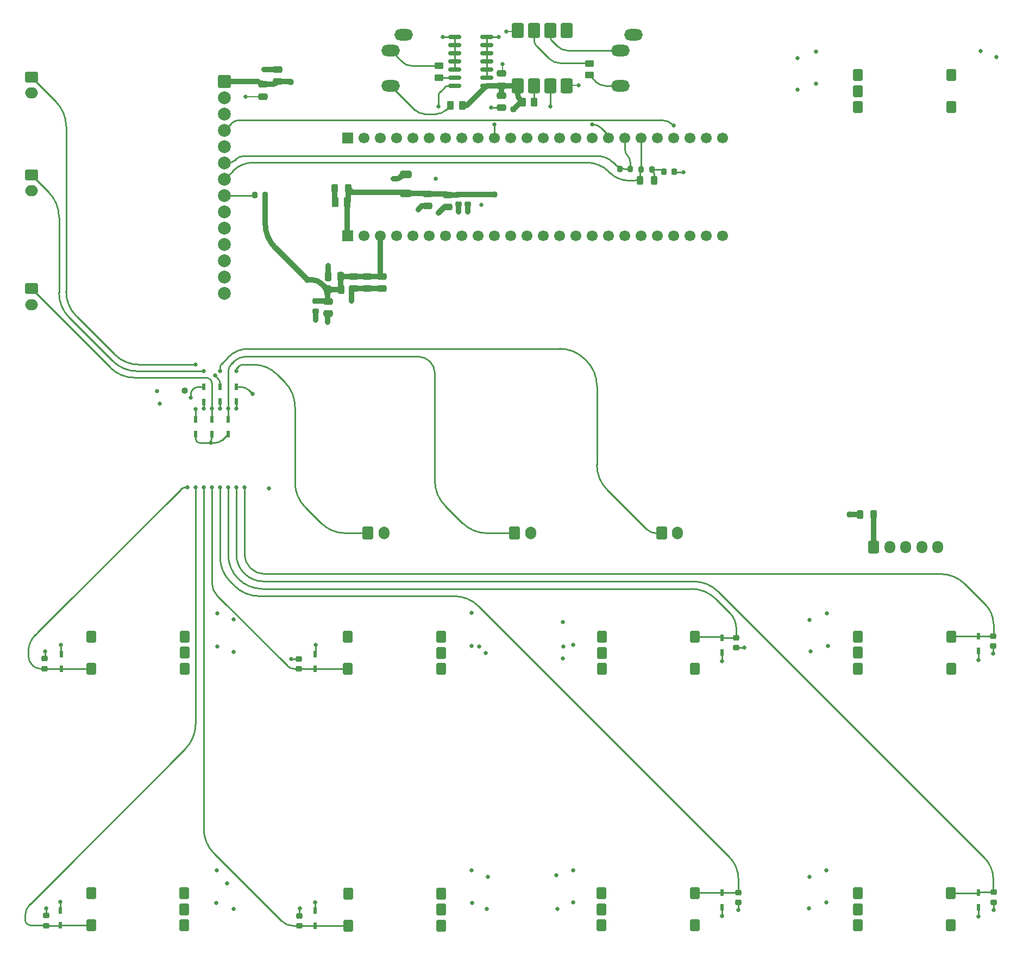
<source format=gbr>
%TF.GenerationSoftware,KiCad,Pcbnew,9.0.3*%
%TF.CreationDate,2025-09-04T08:55:29+02:00*%
%TF.ProjectId,midi_controller,6d696469-5f63-46f6-9e74-726f6c6c6572,rev?*%
%TF.SameCoordinates,Original*%
%TF.FileFunction,Copper,L4,Bot*%
%TF.FilePolarity,Positive*%
%FSLAX46Y46*%
G04 Gerber Fmt 4.6, Leading zero omitted, Abs format (unit mm)*
G04 Created by KiCad (PCBNEW 9.0.3) date 2025-09-04 08:55:29*
%MOMM*%
%LPD*%
G01*
G04 APERTURE LIST*
G04 Aperture macros list*
%AMRoundRect*
0 Rectangle with rounded corners*
0 $1 Rounding radius*
0 $2 $3 $4 $5 $6 $7 $8 $9 X,Y pos of 4 corners*
0 Add a 4 corners polygon primitive as box body*
4,1,4,$2,$3,$4,$5,$6,$7,$8,$9,$2,$3,0*
0 Add four circle primitives for the rounded corners*
1,1,$1+$1,$2,$3*
1,1,$1+$1,$4,$5*
1,1,$1+$1,$6,$7*
1,1,$1+$1,$8,$9*
0 Add four rect primitives between the rounded corners*
20,1,$1+$1,$2,$3,$4,$5,0*
20,1,$1+$1,$4,$5,$6,$7,0*
20,1,$1+$1,$6,$7,$8,$9,0*
20,1,$1+$1,$8,$9,$2,$3,0*%
G04 Aperture macros list end*
%TA.AperFunction,ComponentPad*%
%ADD10RoundRect,0.250000X-0.750000X0.750000X-0.750000X-0.750000X0.750000X-0.750000X0.750000X0.750000X0*%
%TD*%
%TA.AperFunction,ComponentPad*%
%ADD11C,2.000000*%
%TD*%
%TA.AperFunction,ComponentPad*%
%ADD12RoundRect,0.225000X0.525000X-0.675000X0.525000X0.675000X-0.525000X0.675000X-0.525000X-0.675000X0*%
%TD*%
%TA.AperFunction,ComponentPad*%
%ADD13RoundRect,0.225000X-0.525000X0.675000X-0.525000X-0.675000X0.525000X-0.675000X0.525000X0.675000X0*%
%TD*%
%TA.AperFunction,SMDPad,CuDef*%
%ADD14R,0.500000X1.100000*%
%TD*%
%TA.AperFunction,ComponentPad*%
%ADD15RoundRect,0.250000X-0.600000X-0.725000X0.600000X-0.725000X0.600000X0.725000X-0.600000X0.725000X0*%
%TD*%
%TA.AperFunction,ComponentPad*%
%ADD16O,1.700000X1.950000*%
%TD*%
%TA.AperFunction,SMDPad,CuDef*%
%ADD17RoundRect,0.250000X-0.475000X0.250000X-0.475000X-0.250000X0.475000X-0.250000X0.475000X0.250000X0*%
%TD*%
%TA.AperFunction,SMDPad,CuDef*%
%ADD18RoundRect,0.250000X0.262500X0.450000X-0.262500X0.450000X-0.262500X-0.450000X0.262500X-0.450000X0*%
%TD*%
%TA.AperFunction,SMDPad,CuDef*%
%ADD19RoundRect,0.250000X-0.250000X-0.450000X0.250000X-0.450000X0.250000X0.450000X-0.250000X0.450000X0*%
%TD*%
%TA.AperFunction,SMDPad,CuDef*%
%ADD20RoundRect,0.250000X0.250000X0.475000X-0.250000X0.475000X-0.250000X-0.475000X0.250000X-0.475000X0*%
%TD*%
%TA.AperFunction,ComponentPad*%
%ADD21RoundRect,0.250000X-0.600000X-0.750000X0.600000X-0.750000X0.600000X0.750000X-0.600000X0.750000X0*%
%TD*%
%TA.AperFunction,ComponentPad*%
%ADD22O,1.700000X2.000000*%
%TD*%
%TA.AperFunction,SMDPad,CuDef*%
%ADD23RoundRect,0.250000X0.475000X-0.250000X0.475000X0.250000X-0.475000X0.250000X-0.475000X-0.250000X0*%
%TD*%
%TA.AperFunction,SMDPad,CuDef*%
%ADD24RoundRect,0.250000X0.250000X0.450000X-0.250000X0.450000X-0.250000X-0.450000X0.250000X-0.450000X0*%
%TD*%
%TA.AperFunction,SMDPad,CuDef*%
%ADD25RoundRect,0.225000X-0.250000X0.225000X-0.250000X-0.225000X0.250000X-0.225000X0.250000X0.225000X0*%
%TD*%
%TA.AperFunction,SMDPad,CuDef*%
%ADD26RoundRect,0.225000X0.250000X-0.225000X0.250000X0.225000X-0.250000X0.225000X-0.250000X-0.225000X0*%
%TD*%
%TA.AperFunction,SMDPad,CuDef*%
%ADD27RoundRect,0.200000X-0.200000X-0.275000X0.200000X-0.275000X0.200000X0.275000X-0.200000X0.275000X0*%
%TD*%
%TA.AperFunction,ComponentPad*%
%ADD28RoundRect,0.250000X-0.750000X0.600000X-0.750000X-0.600000X0.750000X-0.600000X0.750000X0.600000X0*%
%TD*%
%TA.AperFunction,ComponentPad*%
%ADD29O,2.000000X1.700000*%
%TD*%
%TA.AperFunction,SMDPad,CuDef*%
%ADD30RoundRect,0.150000X-0.825000X-0.150000X0.825000X-0.150000X0.825000X0.150000X-0.825000X0.150000X0*%
%TD*%
%TA.AperFunction,SMDPad,CuDef*%
%ADD31RoundRect,0.250000X-0.675000X0.900000X-0.675000X-0.900000X0.675000X-0.900000X0.675000X0.900000X0*%
%TD*%
%TA.AperFunction,ComponentPad*%
%ADD32R,1.700000X1.700000*%
%TD*%
%TA.AperFunction,ComponentPad*%
%ADD33C,1.700000*%
%TD*%
%TA.AperFunction,SMDPad,CuDef*%
%ADD34RoundRect,0.250000X0.650000X-0.325000X0.650000X0.325000X-0.650000X0.325000X-0.650000X-0.325000X0*%
%TD*%
%TA.AperFunction,ComponentPad*%
%ADD35O,2.900000X1.800000*%
%TD*%
%TA.AperFunction,SMDPad,CuDef*%
%ADD36RoundRect,0.200000X0.200000X0.275000X-0.200000X0.275000X-0.200000X-0.275000X0.200000X-0.275000X0*%
%TD*%
%TA.AperFunction,SMDPad,CuDef*%
%ADD37RoundRect,0.275000X0.275000X0.500000X-0.275000X0.500000X-0.275000X-0.500000X0.275000X-0.500000X0*%
%TD*%
%TA.AperFunction,SMDPad,CuDef*%
%ADD38RoundRect,0.250000X0.450000X-0.262500X0.450000X0.262500X-0.450000X0.262500X-0.450000X-0.262500X0*%
%TD*%
%TA.AperFunction,SMDPad,CuDef*%
%ADD39RoundRect,0.225000X-0.225000X-0.250000X0.225000X-0.250000X0.225000X0.250000X-0.225000X0.250000X0*%
%TD*%
%TA.AperFunction,ViaPad*%
%ADD40C,0.640000*%
%TD*%
%TA.AperFunction,ViaPad*%
%ADD41C,1.016000*%
%TD*%
%TA.AperFunction,Conductor*%
%ADD42C,0.812800*%
%TD*%
%TA.AperFunction,Conductor*%
%ADD43C,0.254000*%
%TD*%
%TA.AperFunction,Conductor*%
%ADD44C,0.200000*%
%TD*%
%TA.AperFunction,Conductor*%
%ADD45C,0.813000*%
%TD*%
G04 APERTURE END LIST*
D10*
%TO.P,DISP1,1,VCC*%
%TO.N,+5V*%
X113779995Y-91000000D03*
D11*
%TO.P,DISP1,2,GND*%
%TO.N,GND*%
X113779995Y-93540000D03*
%TO.P,DISP1,3,CS*%
%TO.N,/CS*%
X113779995Y-96080000D03*
%TO.P,DISP1,4,RST*%
%TO.N,/RST*%
X113779995Y-98620000D03*
%TO.P,DISP1,5,DC*%
%TO.N,/DC*%
X113779995Y-101160000D03*
%TO.P,DISP1,6,SDI/MOSI*%
%TO.N,/MOSI*%
X113779995Y-103700000D03*
%TO.P,DISP1,7,SCK*%
%TO.N,/SCK*%
X113779995Y-106240000D03*
%TO.P,DISP1,8,LED*%
%TO.N,/LED*%
X113779995Y-108780000D03*
%TO.P,DISP1,9,SDO/MISO*%
%TO.N,/MISO*%
X113779995Y-111320000D03*
%TO.P,DISP1,10,T_CLK*%
%TO.N,unconnected-(DISP1-T_CLK-Pad10)*%
X113779995Y-113860000D03*
%TO.P,DISP1,11,T_CS*%
%TO.N,unconnected-(DISP1-T_CS-Pad11)*%
X113779995Y-116400000D03*
%TO.P,DISP1,12,T_DIN*%
%TO.N,unconnected-(DISP1-T_DIN-Pad12)*%
X113779995Y-118940000D03*
%TO.P,DISP1,13,T_DO*%
%TO.N,unconnected-(DISP1-T_DO-Pad13)*%
X113779995Y-121480000D03*
%TO.P,DISP1,14,T_IRQ*%
%TO.N,unconnected-(DISP1-T_IRQ-Pad14)*%
X113779995Y-124020000D03*
%TD*%
D12*
%TO.P,ENC_MECH6,1,SW1*%
%TO.N,/MIDI_Encoder_Matrix_2x4_with_push_buttons/2x1_SW_A*%
X93010013Y-222490018D03*
%TO.P,ENC_MECH6,2,GND*%
%TO.N,GND*%
X93010013Y-217490018D03*
%TO.P,ENC_MECH6,A,A*%
%TO.N,/MIDI_Encoder_Matrix_2x4_with_push_buttons/2x1.QUAD_A*%
X107510013Y-222490018D03*
%TO.P,ENC_MECH6,B,B*%
%TO.N,/MIDI_Encoder_Matrix_2x4_with_push_buttons/2x1.QUAD_B*%
X107510013Y-217490018D03*
%TO.P,ENC_MECH6,C,GND*%
%TO.N,GND*%
X107510013Y-219990018D03*
%TD*%
D13*
%TO.P,ENC_MECH8,1,SW1*%
%TO.N,/MIDI_Encoder_Matrix_2x4_with_push_buttons/2x3_SW_A*%
X187040013Y-217500018D03*
%TO.P,ENC_MECH8,2,GND*%
%TO.N,GND*%
X187040013Y-222500018D03*
%TO.P,ENC_MECH8,A,A*%
%TO.N,/MIDI_Encoder_Matrix_2x4_with_push_buttons/2x3.QUAD_A*%
X172540013Y-217500018D03*
%TO.P,ENC_MECH8,B,B*%
%TO.N,/MIDI_Encoder_Matrix_2x4_with_push_buttons/2x3.QUAD_B*%
X172540013Y-222500018D03*
%TO.P,ENC_MECH8,C,GND*%
%TO.N,GND*%
X172540013Y-220000018D03*
%TD*%
D12*
%TO.P,ENC_MECH7,1,SW1*%
%TO.N,/MIDI_Encoder_Matrix_2x4_with_push_buttons/2x2_SW_A*%
X133050013Y-222530018D03*
%TO.P,ENC_MECH7,2,GND*%
%TO.N,GND*%
X133050013Y-217530018D03*
%TO.P,ENC_MECH7,A,A*%
%TO.N,/MIDI_Encoder_Matrix_2x4_with_push_buttons/2x2.QUAD_A*%
X147550013Y-222530018D03*
%TO.P,ENC_MECH7,B,B*%
%TO.N,/MIDI_Encoder_Matrix_2x4_with_push_buttons/2x2.QUAD_B*%
X147550013Y-217530018D03*
%TO.P,ENC_MECH7,C,GND*%
%TO.N,GND*%
X147550013Y-220030018D03*
%TD*%
%TO.P,ENC_MECH2,1,SW1*%
%TO.N,/MIDI_Encoder_Matrix_2x4_with_push_buttons/1x1_SW_A*%
X93040013Y-182500018D03*
%TO.P,ENC_MECH2,2,GND*%
%TO.N,GND*%
X93040013Y-177500018D03*
%TO.P,ENC_MECH2,A,A*%
%TO.N,/MIDI_Encoder_Matrix_2x4_with_push_buttons/1x1.QUAD_A*%
X107540013Y-182500018D03*
%TO.P,ENC_MECH2,B,B*%
%TO.N,/MIDI_Encoder_Matrix_2x4_with_push_buttons/1x1.QUAD_B*%
X107540013Y-177500018D03*
%TO.P,ENC_MECH2,C,GND*%
%TO.N,GND*%
X107540013Y-180000018D03*
%TD*%
D13*
%TO.P,ENC_MECH1,1,SW1*%
%TO.N,/NAV.SW*%
X227000013Y-90000018D03*
%TO.P,ENC_MECH1,2,GND*%
%TO.N,GND*%
X227000013Y-95000018D03*
%TO.P,ENC_MECH1,A,A*%
%TO.N,/NAV.QUAD_A*%
X212500013Y-90000018D03*
%TO.P,ENC_MECH1,B,B*%
%TO.N,/NAV.QUAD_B*%
X212500013Y-95000018D03*
%TO.P,ENC_MECH1,C,GND*%
%TO.N,GND*%
X212500013Y-92500018D03*
%TD*%
%TO.P,ENC_MECH9,1,SW1*%
%TO.N,/MIDI_Encoder_Matrix_2x4_with_push_buttons/2x4_SW_A*%
X226970013Y-217500018D03*
%TO.P,ENC_MECH9,2,GND*%
%TO.N,GND*%
X226970013Y-222500018D03*
%TO.P,ENC_MECH9,A,A*%
%TO.N,/MIDI_Encoder_Matrix_2x4_with_push_buttons/2x4.QUAD_A*%
X212470013Y-217500018D03*
%TO.P,ENC_MECH9,B,B*%
%TO.N,/MIDI_Encoder_Matrix_2x4_with_push_buttons/2x4.QUAD_B*%
X212470013Y-222500018D03*
%TO.P,ENC_MECH9,C,GND*%
%TO.N,GND*%
X212470013Y-220000018D03*
%TD*%
%TO.P,ENC_MECH4,1,SW1*%
%TO.N,/MIDI_Encoder_Matrix_2x4_with_push_buttons/1x3_SW_A*%
X187060013Y-177530018D03*
%TO.P,ENC_MECH4,2,GND*%
%TO.N,GND*%
X187060013Y-182530018D03*
%TO.P,ENC_MECH4,A,A*%
%TO.N,/MIDI_Encoder_Matrix_2x4_with_push_buttons/1x3.QUAD_A*%
X172560013Y-177530018D03*
%TO.P,ENC_MECH4,B,B*%
%TO.N,/MIDI_Encoder_Matrix_2x4_with_push_buttons/1x3.QUAD_B*%
X172560013Y-182530018D03*
%TO.P,ENC_MECH4,C,GND*%
%TO.N,GND*%
X172560013Y-180030018D03*
%TD*%
%TO.P,ENC_MECH5,1,SW1*%
%TO.N,/MIDI_Encoder_Matrix_2x4_with_push_buttons/1x4_SW_A*%
X227000013Y-177510018D03*
%TO.P,ENC_MECH5,2,GND*%
%TO.N,GND*%
X227000013Y-182510018D03*
%TO.P,ENC_MECH5,A,A*%
%TO.N,/MIDI_Encoder_Matrix_2x4_with_push_buttons/1x4.QUAD_A*%
X212500013Y-177510018D03*
%TO.P,ENC_MECH5,B,B*%
%TO.N,/MIDI_Encoder_Matrix_2x4_with_push_buttons/1x4.QUAD_B*%
X212500013Y-182510018D03*
%TO.P,ENC_MECH5,C,GND*%
%TO.N,GND*%
X212500013Y-180010018D03*
%TD*%
D12*
%TO.P,ENC_MECH3,1,SW1*%
%TO.N,/MIDI_Encoder_Matrix_2x4_with_push_buttons/1x2_SW_A*%
X133010013Y-182540018D03*
%TO.P,ENC_MECH3,2,GND*%
%TO.N,GND*%
X133010013Y-177540018D03*
%TO.P,ENC_MECH3,A,A*%
%TO.N,/MIDI_Encoder_Matrix_2x4_with_push_buttons/1x2.QUAD_A*%
X147510013Y-182540018D03*
%TO.P,ENC_MECH3,B,B*%
%TO.N,/MIDI_Encoder_Matrix_2x4_with_push_buttons/1x2.QUAD_B*%
X147510013Y-177540018D03*
%TO.P,ENC_MECH3,C,GND*%
%TO.N,GND*%
X147510013Y-180040018D03*
%TD*%
D14*
%TO.P,D35,1,K1*%
%TO.N,/MIDI_Encoder_Matrix_2x4_with_push_buttons/2x3_SW_A*%
X191294689Y-217380249D03*
%TO.P,D35,2,K2*%
%TO.N,GND*%
X191294689Y-219680249D03*
%TD*%
D15*
%TO.P,J8,1,Pin_1*%
%TO.N,Net-(J8-Pin_1)*%
X214964004Y-163552085D03*
D16*
%TO.P,J8,2,Pin_2*%
%TO.N,/OPT.QUAD_A*%
X217464004Y-163552085D03*
%TO.P,J8,3,Pin_3*%
%TO.N,/OPT.QUAD_B*%
X219964004Y-163552085D03*
%TO.P,J8,4,Pin_4*%
%TO.N,GND*%
X222464004Y-163552085D03*
%TO.P,J8,5,Pin_5*%
X224964004Y-163552085D03*
%TD*%
D17*
%TO.P,C35,1*%
%TO.N,+3V3_A*%
X136020928Y-121381449D03*
%TO.P,C35,2*%
%TO.N,GND*%
X136020928Y-123281449D03*
%TD*%
D14*
%TO.P,D25,1,K1*%
%TO.N,/Buttons_Momentary/BUTTON_PUSH_MOM_06*%
X115616034Y-140904040D03*
%TO.P,D25,2,K2*%
%TO.N,GND*%
X115616034Y-138604040D03*
%TD*%
%TO.P,D28,1,K1*%
%TO.N,/Buttons_Momentary/BUTTON_PUSH_MOM_03*%
X111811882Y-143628790D03*
%TO.P,D28,2,K2*%
%TO.N,GND*%
X111811882Y-145928790D03*
%TD*%
D17*
%TO.P,C27,1*%
%TO.N,+5V*%
X145387509Y-108516665D03*
%TO.P,C27,2*%
%TO.N,GND*%
X145387509Y-110416665D03*
%TD*%
D18*
%TO.P,R10,1*%
%TO.N,Net-(U2-EN)*%
X162057847Y-94217766D03*
%TO.P,R10,2*%
%TO.N,+3V3_B*%
X160232847Y-94217766D03*
%TD*%
D19*
%TO.P,FB1,1*%
%TO.N,/SCK*%
X178567461Y-106443454D03*
%TO.P,FB1,2*%
%TO.N,Net-(C22-Pad1)*%
X180687461Y-106443454D03*
%TD*%
D20*
%TO.P,C34,1*%
%TO.N,+3V3_A*%
X131848490Y-121400327D03*
%TO.P,C34,2*%
%TO.N,GND*%
X129948490Y-121400327D03*
%TD*%
D14*
%TO.P,D36,1,K1*%
%TO.N,/MIDI_Encoder_Matrix_2x4_with_push_buttons/2x2_SW_A*%
X127925347Y-222530359D03*
%TO.P,D36,2,K2*%
%TO.N,GND*%
X127925347Y-220230359D03*
%TD*%
D21*
%TO.P,J10,1,Pin_1*%
%TO.N,/Buttons_Momentary/BUTTON_PUSH_MOM_05*%
X159004004Y-161392085D03*
D22*
%TO.P,J10,2,Pin_2*%
%TO.N,GND*%
X161504004Y-161392085D03*
%TD*%
D14*
%TO.P,D26,1,K1*%
%TO.N,/Buttons_Momentary/BUTTON_PUSH_MOM_01*%
X109272728Y-143626183D03*
%TO.P,D26,2,K2*%
%TO.N,GND*%
X109272728Y-145926183D03*
%TD*%
D23*
%TO.P,C26,1*%
%TO.N,+3V3_B*%
X156965347Y-91647766D03*
%TO.P,C26,2*%
%TO.N,GND*%
X156965347Y-89747766D03*
%TD*%
D14*
%TO.P,D32,1,K1*%
%TO.N,/MIDI_Encoder_Matrix_2x4_with_push_buttons/1x2_SW_A*%
X127938681Y-182536449D03*
%TO.P,D32,2,K2*%
%TO.N,GND*%
X127938681Y-180236449D03*
%TD*%
D24*
%TO.P,FB3,1*%
%TO.N,+3V3_A*%
X131931208Y-123432327D03*
%TO.P,FB3,2*%
X129811208Y-123432327D03*
%TD*%
D25*
%TO.P,C37,1*%
%TO.N,+3V3_A*%
X128014469Y-125236805D03*
%TO.P,C37,2*%
%TO.N,GND*%
X128014469Y-126796805D03*
%TD*%
D14*
%TO.P,D33,1,K1*%
%TO.N,/MIDI_Encoder_Matrix_2x4_with_push_buttons/1x1_SW_A*%
X88317887Y-182505999D03*
%TO.P,D33,2,K2*%
%TO.N,GND*%
X88317887Y-180205999D03*
%TD*%
D26*
%TO.P,C43,1*%
%TO.N,GND*%
X193866216Y-218962676D03*
%TO.P,C43,2*%
%TO.N,/MIDI_Encoder_Matrix_2x4_with_push_buttons/2x3_SW_A*%
X193866216Y-217402676D03*
%TD*%
D14*
%TO.P,D34,1,K1*%
%TO.N,/MIDI_Encoder_Matrix_2x4_with_push_buttons/2x4_SW_A*%
X231255961Y-217377941D03*
%TO.P,D34,2,K2*%
%TO.N,GND*%
X231255961Y-219677941D03*
%TD*%
D27*
%TO.P,R8,1*%
%TO.N,/MOSI*%
X175365347Y-104647999D03*
%TO.P,R8,2*%
X177005347Y-104647999D03*
%TD*%
D24*
%TO.P,FB4,1*%
%TO.N,Net-(J8-Pin_1)*%
X214928004Y-158495999D03*
%TO.P,FB4,2*%
%TO.N,+5V*%
X212808004Y-158495999D03*
%TD*%
D28*
%TO.P,J4,1,Pin_1*%
%TO.N,/Buttons_Momentary/BUTTON_PUSH_MOM_02*%
X83665046Y-105552085D03*
D29*
%TO.P,J4,2,Pin_2*%
%TO.N,GND*%
X83665046Y-108052085D03*
%TD*%
D14*
%TO.P,D31,1,K1*%
%TO.N,/MIDI_Encoder_Matrix_2x4_with_push_buttons/1x3_SW_A*%
X191300167Y-177665999D03*
%TO.P,D31,2,K2*%
%TO.N,GND*%
X191300167Y-179965999D03*
%TD*%
D30*
%TO.P,U3,1,1A*%
%TO.N,/TX2*%
X149675347Y-91647766D03*
%TO.P,U3,2,1Y*%
%TO.N,Net-(U3-1Y)*%
X149675347Y-90377766D03*
%TO.P,U3,3,2A*%
%TO.N,GND*%
X149675347Y-89107766D03*
%TO.P,U3,4,2Y*%
X149675347Y-87837766D03*
%TO.P,U3,5,3A*%
X149675347Y-86567766D03*
%TO.P,U3,6,3Y*%
X149675347Y-85297766D03*
%TO.P,U3,7,GND*%
X149675347Y-84027766D03*
%TO.P,U3,8,4Y*%
X154625347Y-84027766D03*
%TO.P,U3,9,4A*%
X154625347Y-85297766D03*
%TO.P,U3,10,5Y*%
X154625347Y-86567766D03*
%TO.P,U3,11,5A*%
X154625347Y-87837766D03*
%TO.P,U3,12,6Y*%
X154625347Y-89107766D03*
%TO.P,U3,13,6A*%
X154625347Y-90377766D03*
%TO.P,U3,14,VCC*%
%TO.N,+3V3_B*%
X154625347Y-91647766D03*
%TD*%
D26*
%TO.P,C38,1*%
%TO.N,GND*%
X233522586Y-178964780D03*
%TO.P,C38,2*%
%TO.N,/MIDI_Encoder_Matrix_2x4_with_push_buttons/1x4_SW_A*%
X233522586Y-177404780D03*
%TD*%
D31*
%TO.P,U2,1,NC*%
%TO.N,GND*%
X159505347Y-82997766D03*
%TO.P,U2,2,A*%
%TO.N,Net-(U2-A)*%
X162045347Y-82997766D03*
%TO.P,U2,3,C*%
%TO.N,Net-(U2-C)*%
X164585347Y-82997766D03*
%TO.P,U2,4,NC*%
%TO.N,unconnected-(U2-NC-Pad4)*%
X167125347Y-82997766D03*
%TO.P,U2,5,GND*%
%TO.N,GND*%
X167125347Y-91697766D03*
%TO.P,U2,6,VO*%
%TO.N,/RX6*%
X164585347Y-91697766D03*
%TO.P,U2,7,EN*%
%TO.N,Net-(U2-EN)*%
X162045347Y-91697766D03*
%TO.P,U2,8,VCC*%
%TO.N,+3V3_B*%
X159505347Y-91697766D03*
%TD*%
D32*
%TO.P,J3,1,Pin_1*%
%TO.N,GND*%
X133000004Y-99842085D03*
D33*
%TO.P,J3,2,Pin_2*%
%TO.N,/DC*%
X135540004Y-99842085D03*
%TO.P,J3,3,Pin_3*%
%TO.N,/MISO*%
X138080004Y-99842085D03*
%TO.P,J3,4,Pin_4*%
%TO.N,/S1*%
X140620004Y-99842085D03*
%TO.P,J3,5,Pin_5*%
%TO.N,/S0*%
X143160004Y-99842085D03*
%TO.P,J3,6,Pin_6*%
%TO.N,/COM*%
X145700004Y-99842085D03*
%TO.P,J3,7,Pin_7*%
%TO.N,/S2*%
X148240004Y-99842085D03*
%TO.P,J3,8,Pin_8*%
%TO.N,/S3*%
X150780004Y-99842085D03*
%TO.P,J3,9,Pin_9*%
%TO.N,/Teensy_4.1/T7*%
X153320004Y-99842085D03*
%TO.P,J3,10,Pin_10*%
%TO.N,/TX2*%
X155860004Y-99842085D03*
%TO.P,J3,11,Pin_11*%
%TO.N,/Teensy_4.1/T9*%
X158400004Y-99842085D03*
%TO.P,J3,12,Pin_12*%
%TO.N,/Teensy_4.1/T10*%
X160940004Y-99842085D03*
%TO.P,J3,13,Pin_13*%
%TO.N,/Teensy_4.1/T11*%
X163480004Y-99842085D03*
%TO.P,J3,14,Pin_14*%
%TO.N,/Teensy_4.1/T12*%
X166020004Y-99842085D03*
%TO.P,J3,15,Pin_15*%
%TO.N,+3V3_B*%
X168560004Y-99842085D03*
%TO.P,J3,16,Pin_16*%
%TO.N,/Teensy_4.1/T24*%
X171100004Y-99842085D03*
%TO.P,J3,17,Pin_17*%
%TO.N,/RX6*%
X173640004Y-99842085D03*
%TO.P,J3,18,Pin_18*%
%TO.N,/MOSI*%
X176180004Y-99842085D03*
%TO.P,J3,19,Pin_19*%
%TO.N,/SCK*%
X178720004Y-99842085D03*
%TO.P,J3,20,Pin_20*%
%TO.N,/CS*%
X181260004Y-99842085D03*
%TO.P,J3,21,Pin_21*%
%TO.N,/RST*%
X183800004Y-99842085D03*
%TO.P,J3,22,Pin_22*%
%TO.N,/NAV.QUAD_A*%
X186340004Y-99842085D03*
%TO.P,J3,23,Pin_23*%
%TO.N,/NAV.QUAD_B*%
X188880004Y-99842085D03*
%TO.P,J3,24,Pin_24*%
%TO.N,/NAV.SW*%
X191420004Y-99842085D03*
%TD*%
D34*
%TO.P,C23,1*%
%TO.N,+5V*%
X141997238Y-108428665D03*
%TO.P,C23,2*%
%TO.N,GND*%
X141997238Y-105468665D03*
%TD*%
D23*
%TO.P,C31,1*%
%TO.N,+5V*%
X122080814Y-91022138D03*
%TO.P,C31,2*%
%TO.N,GND*%
X122080814Y-89122138D03*
%TD*%
D21*
%TO.P,J9,1,Pin_1*%
%TO.N,/Buttons_Momentary/BUTTON_PUSH_MOM_04*%
X181904004Y-161392085D03*
D22*
%TO.P,J9,2,Pin_2*%
%TO.N,GND*%
X184404004Y-161392085D03*
%TD*%
D26*
%TO.P,C39,1*%
%TO.N,GND*%
X193534971Y-179229277D03*
%TO.P,C39,2*%
%TO.N,/MIDI_Encoder_Matrix_2x4_with_push_buttons/1x3_SW_A*%
X193534971Y-177669277D03*
%TD*%
D35*
%TO.P,J1,R*%
%TO.N,Net-(J1-PadR)*%
X175515347Y-91653999D03*
%TO.P,J1,S*%
%TO.N,GND*%
X177515347Y-83753999D03*
%TO.P,J1,T*%
%TO.N,Net-(U2-C)*%
X175515347Y-86153999D03*
%TD*%
%TO.P,J2,R*%
%TO.N,Net-(J2-PadR)*%
X139685347Y-91653999D03*
%TO.P,J2,S*%
%TO.N,GND*%
X141685347Y-83753999D03*
%TO.P,J2,T*%
%TO.N,Net-(J2-PadT)*%
X139685347Y-86153999D03*
%TD*%
D18*
%TO.P,R11,1*%
%TO.N,+3V3_B*%
X150807847Y-94717766D03*
%TO.P,R11,2*%
%TO.N,Net-(J2-PadR)*%
X148982847Y-94717766D03*
%TD*%
D24*
%TO.P,FB2,1*%
%TO.N,+5V*%
X133023401Y-107695999D03*
%TO.P,FB2,2*%
%TO.N,Net-(F1-Pad2)*%
X130903401Y-107695999D03*
%TD*%
D17*
%TO.P,C36,1*%
%TO.N,+3V3_A*%
X133903143Y-121372861D03*
%TO.P,C36,2*%
%TO.N,GND*%
X133903143Y-123272861D03*
%TD*%
D36*
%TO.P,R7,1*%
%TO.N,Net-(C22-Pad1)*%
X180365347Y-104729687D03*
%TO.P,R7,2*%
%TO.N,/SCK*%
X178725347Y-104729687D03*
%TD*%
D14*
%TO.P,D29,1,K1*%
%TO.N,/Buttons_Momentary/BUTTON_PUSH_MOM_02*%
X110518438Y-140907746D03*
%TO.P,D29,2,K2*%
%TO.N,GND*%
X110518438Y-138607746D03*
%TD*%
D26*
%TO.P,C42,1*%
%TO.N,GND*%
X233670562Y-218905643D03*
%TO.P,C42,2*%
%TO.N,/MIDI_Encoder_Matrix_2x4_with_push_buttons/2x4_SW_A*%
X233670562Y-217345643D03*
%TD*%
D17*
%TO.P,C33,1*%
%TO.N,+3V3_A*%
X138312612Y-121381449D03*
%TO.P,C33,2*%
%TO.N,GND*%
X138312612Y-123281449D03*
%TD*%
D37*
%TO.P,F1,1*%
%TO.N,+5V*%
X132920771Y-109766420D03*
%TO.P,F1,2*%
%TO.N,Net-(F1-Pad2)*%
X131045771Y-109766420D03*
%TD*%
D14*
%TO.P,D24,1,K1*%
%TO.N,/Buttons_Momentary/BUTTON_PUSH_MOM_05*%
X114351372Y-143629998D03*
%TO.P,D24,2,K2*%
%TO.N,GND*%
X114351372Y-145929998D03*
%TD*%
D32*
%TO.P,J6,1,Pin_1*%
%TO.N,+5V*%
X133000004Y-115082085D03*
D33*
%TO.P,J6,2,Pin_2*%
%TO.N,GND*%
X135540004Y-115082085D03*
%TO.P,J6,3,Pin_3*%
%TO.N,+3V3_A*%
X138080004Y-115082085D03*
%TO.P,J6,4,Pin_4*%
%TO.N,/MIDI_Encoder_Matrix_2x4_with_push_buttons/1x1.QUAD_B*%
X140620004Y-115082085D03*
%TO.P,J6,5,Pin_5*%
%TO.N,/MIDI_Encoder_Matrix_2x4_with_push_buttons/1x1.QUAD_A*%
X143160004Y-115082085D03*
%TO.P,J6,6,Pin_6*%
%TO.N,/MIDI_Encoder_Matrix_2x4_with_push_buttons/2x1.QUAD_B*%
X145700004Y-115082085D03*
%TO.P,J6,7,Pin_7*%
%TO.N,/MIDI_Encoder_Matrix_2x4_with_push_buttons/2x1.QUAD_A*%
X148240004Y-115082085D03*
%TO.P,J6,8,Pin_8*%
%TO.N,/MIDI_Encoder_Matrix_2x4_with_push_buttons/1x2.QUAD_B*%
X150780004Y-115082085D03*
%TO.P,J6,9,Pin_9*%
%TO.N,/MIDI_Encoder_Matrix_2x4_with_push_buttons/1x2.QUAD_A*%
X153320004Y-115082085D03*
%TO.P,J6,10,Pin_10*%
%TO.N,/MIDI_Encoder_Matrix_2x4_with_push_buttons/2x2.QUAD_B*%
X155860004Y-115082085D03*
%TO.P,J6,11,Pin_11*%
%TO.N,/MIDI_Encoder_Matrix_2x4_with_push_buttons/2x2.QUAD_A*%
X158400004Y-115082085D03*
%TO.P,J6,12,Pin_12*%
%TO.N,/MIDI_Encoder_Matrix_2x4_with_push_buttons/2x3.QUAD_B*%
X160940004Y-115082085D03*
%TO.P,J6,13,Pin_13*%
%TO.N,/MIDI_Encoder_Matrix_2x4_with_push_buttons/2x3.QUAD_A*%
X163480004Y-115082085D03*
%TO.P,J6,14,Pin_14*%
%TO.N,/Teensy_4.1/T13*%
X166020004Y-115082085D03*
%TO.P,J6,15,Pin_15*%
%TO.N,GND*%
X168560004Y-115082085D03*
%TO.P,J6,16,Pin_16*%
%TO.N,/MIDI_Encoder_Matrix_2x4_with_push_buttons/1x3.QUAD_B*%
X171100004Y-115082085D03*
%TO.P,J6,17,Pin_17*%
%TO.N,/MIDI_Encoder_Matrix_2x4_with_push_buttons/1x3.QUAD_A*%
X173640004Y-115082085D03*
%TO.P,J6,18,Pin_18*%
%TO.N,/MIDI_Encoder_Matrix_2x4_with_push_buttons/2x4.QUAD_B*%
X176180004Y-115082085D03*
%TO.P,J6,19,Pin_19*%
%TO.N,/MIDI_Encoder_Matrix_2x4_with_push_buttons/2x4.QUAD_A*%
X178720004Y-115082085D03*
%TO.P,J6,20,Pin_20*%
%TO.N,/MIDI_Encoder_Matrix_2x4_with_push_buttons/1x4.QUAD_B*%
X181260004Y-115082085D03*
%TO.P,J6,21,Pin_21*%
%TO.N,/MIDI_Encoder_Matrix_2x4_with_push_buttons/1x4.QUAD_A*%
X183800004Y-115082085D03*
%TO.P,J6,22,Pin_22*%
%TO.N,/Teensy_4.1/T35*%
X186340004Y-115082085D03*
%TO.P,J6,23,Pin_23*%
%TO.N,/OPT.QUAD_A*%
X188880004Y-115082085D03*
%TO.P,J6,24,Pin_24*%
%TO.N,/OPT.QUAD_B*%
X191420004Y-115082085D03*
%TD*%
D25*
%TO.P,C29,1*%
%TO.N,+5V*%
X150268769Y-108602848D03*
%TO.P,C29,2*%
%TO.N,GND*%
X150268769Y-110162848D03*
%TD*%
D21*
%TO.P,J11,1,Pin_1*%
%TO.N,/Buttons_Momentary/BUTTON_PUSH_MOM_06*%
X136144004Y-161392085D03*
D22*
%TO.P,J11,2,Pin_2*%
%TO.N,GND*%
X138644004Y-161392085D03*
%TD*%
D14*
%TO.P,D27,1,K1*%
%TO.N,/Buttons_Momentary/BUTTON_PUSH_MOM_04*%
X113103055Y-140904392D03*
%TO.P,D27,2,K2*%
%TO.N,GND*%
X113103055Y-138604392D03*
%TD*%
D25*
%TO.P,C45,1*%
%TO.N,GND*%
X86023946Y-220990439D03*
%TO.P,C45,2*%
%TO.N,/MIDI_Encoder_Matrix_2x4_with_push_buttons/2x1_SW_A*%
X86023946Y-222550439D03*
%TD*%
D38*
%TO.P,R9,1*%
%TO.N,Net-(J1-PadR)*%
X170615347Y-90016499D03*
%TO.P,R9,2*%
%TO.N,Net-(U2-A)*%
X170615347Y-88191499D03*
%TD*%
D25*
%TO.P,C41,1*%
%TO.N,GND*%
X85769907Y-180944475D03*
%TO.P,C41,2*%
%TO.N,/MIDI_Encoder_Matrix_2x4_with_push_buttons/1x1_SW_A*%
X85769907Y-182504475D03*
%TD*%
D38*
%TO.P,R12,1*%
%TO.N,Net-(U3-1Y)*%
X147240347Y-90370266D03*
%TO.P,R12,2*%
%TO.N,Net-(J2-PadT)*%
X147240347Y-88545266D03*
%TD*%
D14*
%TO.P,D30,1,K1*%
%TO.N,/MIDI_Encoder_Matrix_2x4_with_push_buttons/1x4_SW_A*%
X231275161Y-177413736D03*
%TO.P,D30,2,K2*%
%TO.N,GND*%
X231275161Y-179713736D03*
%TD*%
%TO.P,D37,1,K1*%
%TO.N,/MIDI_Encoder_Matrix_2x4_with_push_buttons/2x1_SW_A*%
X88181022Y-222488357D03*
%TO.P,D37,2,K2*%
%TO.N,GND*%
X88181022Y-220188357D03*
%TD*%
D17*
%TO.P,C25,1*%
%TO.N,+5V*%
X148568397Y-108654969D03*
%TO.P,C25,2*%
%TO.N,GND*%
X148568397Y-110554969D03*
%TD*%
D25*
%TO.P,C40,1*%
%TO.N,GND*%
X125396593Y-180976971D03*
%TO.P,C40,2*%
%TO.N,/MIDI_Encoder_Matrix_2x4_with_push_buttons/1x2_SW_A*%
X125396593Y-182536971D03*
%TD*%
D39*
%TO.P,C22,1*%
%TO.N,Net-(C22-Pad1)*%
X182264375Y-105064871D03*
%TO.P,C22,2*%
%TO.N,GND*%
X183824375Y-105064871D03*
%TD*%
D36*
%TO.P,R13,1*%
%TO.N,+3V3_A*%
X120114347Y-108711999D03*
%TO.P,R13,2*%
%TO.N,/LED*%
X118464347Y-108711999D03*
%TD*%
D28*
%TO.P,J7,1,Pin_1*%
%TO.N,/Buttons_Momentary/BUTTON_PUSH_MOM_03*%
X83665046Y-123282085D03*
D29*
%TO.P,J7,2,Pin_2*%
%TO.N,GND*%
X83665046Y-125782085D03*
%TD*%
D28*
%TO.P,J5,1,Pin_1*%
%TO.N,/Buttons_Momentary/BUTTON_PUSH_MOM_01*%
X83665046Y-90312085D03*
D29*
%TO.P,J5,2,Pin_2*%
%TO.N,GND*%
X83665046Y-92812085D03*
%TD*%
D23*
%TO.P,C28,1*%
%TO.N,GND*%
X156955347Y-95067766D03*
%TO.P,C28,2*%
%TO.N,+3V3_B*%
X156955347Y-93167766D03*
%TD*%
D17*
%TO.P,C32,1*%
%TO.N,+3V3_A*%
X129928466Y-125248735D03*
%TO.P,C32,2*%
%TO.N,GND*%
X129928466Y-127148735D03*
%TD*%
D25*
%TO.P,C24,1*%
%TO.N,+5V*%
X151722282Y-108601503D03*
%TO.P,C24,2*%
%TO.N,GND*%
X151722282Y-110161503D03*
%TD*%
%TO.P,C44,1*%
%TO.N,GND*%
X125475875Y-221003282D03*
%TO.P,C44,2*%
%TO.N,/MIDI_Encoder_Matrix_2x4_with_push_buttons/2x2_SW_A*%
X125475875Y-222563282D03*
%TD*%
D23*
%TO.P,C30,1*%
%TO.N,GND*%
X119797347Y-93342447D03*
%TO.P,C30,2*%
%TO.N,+5V*%
X119797347Y-91442447D03*
%TD*%
D40*
%TO.N,GND*%
X193885347Y-220123999D03*
X191285347Y-221023999D03*
X85785347Y-179823999D03*
X88285347Y-178823999D03*
X127985347Y-178823999D03*
X124185347Y-181023999D03*
X194785347Y-179223999D03*
X191285347Y-181323999D03*
X233585347Y-180123999D03*
X231285347Y-181123999D03*
X233685347Y-220123999D03*
X231285347Y-221123999D03*
X127885347Y-218923999D03*
X125485347Y-219823999D03*
X88185347Y-218823999D03*
X85985347Y-219823999D03*
X143963894Y-111013541D03*
X147085347Y-111523999D03*
X153833347Y-110235999D03*
X151685347Y-111323999D03*
X129885347Y-128523999D03*
X127985347Y-128123999D03*
X156485347Y-84023999D03*
X157085347Y-88323999D03*
X147785347Y-84023999D03*
X103285347Y-139223999D03*
X168085347Y-178823999D03*
X115185347Y-174823999D03*
X112685347Y-173923999D03*
X115185347Y-179923999D03*
X112685347Y-179023999D03*
X166536011Y-180921649D03*
X166585347Y-179023999D03*
X207585347Y-213923999D03*
X204985347Y-214923999D03*
X207585347Y-218923999D03*
X168085347Y-218923999D03*
X168085347Y-213923999D03*
X165485347Y-214723999D03*
X152285347Y-213923999D03*
X154785347Y-214923999D03*
X154685347Y-219923999D03*
X152385347Y-219023999D03*
X115185347Y-219923999D03*
X112485347Y-219023999D03*
X114185347Y-215923999D03*
X112585347Y-213923999D03*
X111669347Y-147319999D03*
X154444359Y-180027118D03*
X153498171Y-179038643D03*
X152285347Y-178923999D03*
X207685347Y-173923999D03*
X207785347Y-178923999D03*
X205985347Y-86323999D03*
X234085347Y-87223999D03*
X205985347Y-91323999D03*
X165685347Y-219923999D03*
X204885347Y-219823999D03*
X205085347Y-179823999D03*
X203085347Y-92223999D03*
D41*
%TO.N,+5V*%
X124087201Y-91040200D03*
X211237347Y-158495999D03*
X155865347Y-108625892D03*
D40*
%TO.N,GND*%
X103685347Y-141223999D03*
X129927961Y-119708156D03*
X112282575Y-136807710D03*
X152285347Y-173823999D03*
X157685347Y-83223999D03*
X168985347Y-91623999D03*
X155315347Y-95027766D03*
X203085347Y-87323999D03*
X133601929Y-125191828D03*
X118161275Y-139706489D03*
X119926432Y-89148606D03*
X204985347Y-174923999D03*
X185329347Y-105155999D03*
X231585347Y-86223999D03*
X146721347Y-106171999D03*
X108529686Y-140299660D03*
X166533347Y-175231227D03*
X120700004Y-154400000D03*
X150285347Y-111323999D03*
X117085347Y-93323999D03*
X140117347Y-106171999D03*
%TO.N,/MIDI_Encoder_Matrix_2x4_with_push_buttons/1x1_SW_A*%
X108000046Y-154279979D03*
%TO.N,/MIDI_Encoder_Matrix_2x4_with_push_buttons/1x2_SW_A*%
X111810046Y-154279979D03*
%TO.N,/MIDI_Encoder_Matrix_2x4_with_push_buttons/1x3_SW_A*%
X114350046Y-154279979D03*
%TO.N,/MIDI_Encoder_Matrix_2x4_with_push_buttons/1x4_SW_A*%
X116890046Y-154279979D03*
%TO.N,/MIDI_Encoder_Matrix_2x4_with_push_buttons/2x1_SW_A*%
X109270046Y-154279979D03*
%TO.N,/MIDI_Encoder_Matrix_2x4_with_push_buttons/2x2_SW_A*%
X110540046Y-154279979D03*
%TO.N,/MIDI_Encoder_Matrix_2x4_with_push_buttons/2x3_SW_A*%
X113080046Y-154279979D03*
%TO.N,/MIDI_Encoder_Matrix_2x4_with_push_buttons/2x4_SW_A*%
X115620046Y-154279979D03*
%TO.N,/Buttons_Momentary/BUTTON_PUSH_MOM_01*%
X109241445Y-142008334D03*
X109247298Y-135127999D03*
%TO.N,/Buttons_Momentary/BUTTON_PUSH_MOM_02*%
X110544220Y-141995625D03*
X110540004Y-136143999D03*
%TO.N,/Buttons_Momentary/BUTTON_PUSH_MOM_03*%
X111817096Y-142000513D03*
%TO.N,/Buttons_Momentary/BUTTON_PUSH_MOM_04*%
X113095586Y-141989733D03*
X113080804Y-136143999D03*
%TO.N,/Buttons_Momentary/BUTTON_PUSH_MOM_05*%
X114350121Y-141990085D03*
%TO.N,/Buttons_Momentary/BUTTON_PUSH_MOM_06*%
X115618740Y-136143999D03*
X115621248Y-141997554D03*
%TO.N,/RST*%
X183801653Y-97843669D03*
%TO.N,/RX6*%
X171115347Y-97673999D03*
X164565347Y-94903999D03*
%TO.N,/TX2*%
X155860004Y-97688656D03*
X147135347Y-94903999D03*
D41*
%TO.N,+3V3_A*%
X126686291Y-121919999D03*
X107605347Y-139191999D03*
%TO.N,+3V3_B*%
X158825347Y-95313999D03*
%TD*%
D42*
%TO.N,GND*%
X143963894Y-110945452D02*
X144485347Y-110423999D01*
X144485347Y-110423999D02*
X145380175Y-110423999D01*
X143963894Y-111013541D02*
X143963894Y-110945452D01*
X145380175Y-110423999D02*
X145387509Y-110416665D01*
D43*
X86023946Y-219862598D02*
X86023946Y-220990439D01*
X85985347Y-219823999D02*
X86023946Y-219862598D01*
X88185347Y-220184032D02*
X88181022Y-220188357D01*
X88185347Y-218823999D02*
X88185347Y-220184032D01*
X127885347Y-220190359D02*
X127925347Y-220230359D01*
X127885347Y-218923999D02*
X127885347Y-220190359D01*
X125475875Y-219833471D02*
X125475875Y-221003282D01*
X125485347Y-219823999D02*
X125475875Y-219833471D01*
X191294689Y-221014657D02*
X191294689Y-219680249D01*
X191285347Y-221023999D02*
X191294689Y-221014657D01*
X193885347Y-218981807D02*
X193866216Y-218962676D01*
X193885347Y-220123999D02*
X193885347Y-218981807D01*
X231285347Y-219707327D02*
X231255961Y-219677941D01*
X231285347Y-221123999D02*
X231285347Y-219707327D01*
X233685347Y-220123999D02*
X233685347Y-218920428D01*
X233685347Y-218920428D02*
X233670562Y-218905643D01*
X233585347Y-179027541D02*
X233522586Y-178964780D01*
X233585347Y-180123999D02*
X233585347Y-179027541D01*
X231285347Y-179723922D02*
X231275161Y-179713736D01*
X231285347Y-181123999D02*
X231285347Y-179723922D01*
X193540249Y-179223999D02*
X193534971Y-179229277D01*
X194785347Y-179223999D02*
X193540249Y-179223999D01*
X191285347Y-179980819D02*
X191300167Y-179965999D01*
X191285347Y-181323999D02*
X191285347Y-179980819D01*
X127985347Y-180189783D02*
X127938681Y-180236449D01*
X127985347Y-178823999D02*
X127985347Y-180189783D01*
X125396593Y-180976971D02*
X124232375Y-180976971D01*
X124232375Y-180976971D02*
X124185347Y-181023999D01*
X88285347Y-180173459D02*
X88317887Y-180205999D01*
X88285347Y-178823999D02*
X88285347Y-180173459D01*
X85785347Y-180929035D02*
X85769907Y-180944475D01*
X85785347Y-179823999D02*
X85785347Y-180929035D01*
D42*
X148054377Y-110554969D02*
X148568397Y-110554969D01*
X147085347Y-111523999D02*
X148054377Y-110554969D01*
X150268769Y-111307421D02*
X150285347Y-111323999D01*
X150268769Y-110162848D02*
X150268769Y-111307421D01*
X151722282Y-111287064D02*
X151685347Y-111323999D01*
X151722282Y-110161503D02*
X151722282Y-111287064D01*
X129885347Y-127191854D02*
X129885347Y-128523999D01*
X129928466Y-127148735D02*
X129885347Y-127191854D01*
X128014469Y-128094877D02*
X127985347Y-128123999D01*
X128014469Y-126796805D02*
X128014469Y-128094877D01*
D44*
X157085347Y-89627766D02*
X156965347Y-89747766D01*
X157085347Y-88323999D02*
X157085347Y-89627766D01*
X167199114Y-91623999D02*
X167125347Y-91697766D01*
X168985347Y-91623999D02*
X167199114Y-91623999D01*
D43*
X156481580Y-84027766D02*
X156485347Y-84023999D01*
X154625347Y-84027766D02*
X156481580Y-84027766D01*
D44*
X159279114Y-83223999D02*
X159505347Y-82997766D01*
X157685347Y-83223999D02*
X159279114Y-83223999D01*
D43*
X147789114Y-84027766D02*
X147785347Y-84023999D01*
X149675347Y-84027766D02*
X147789114Y-84027766D01*
D44*
X119778899Y-93323999D02*
X119797347Y-93342447D01*
X117085347Y-93323999D02*
X119778899Y-93323999D01*
D42*
%TO.N,+5V*%
X155865347Y-108625892D02*
X153315655Y-108616190D01*
X133023401Y-107695999D02*
X133619072Y-108291670D01*
X132879809Y-111544201D02*
X132879809Y-110526600D01*
X119042042Y-91000000D02*
X113779995Y-91000000D01*
X150179792Y-108654969D02*
X148666192Y-108654969D01*
X132941252Y-110436193D02*
X132900290Y-110477155D01*
X153285388Y-108606503D02*
X151724990Y-108606503D01*
X122378017Y-91022138D02*
X124056367Y-91022138D01*
X153299105Y-108606495D02*
X153285388Y-108606503D01*
X150305624Y-108602848D02*
X151720937Y-108602848D01*
X211237347Y-158495999D02*
X212805504Y-158495999D01*
X133619072Y-108291670D02*
X141860243Y-108291670D01*
X124087201Y-91040200D02*
X124078170Y-91031169D01*
X132972086Y-110405359D02*
X132941252Y-110436193D01*
X133023401Y-109663790D02*
X132920771Y-109766420D01*
X141860243Y-108291670D02*
X141997238Y-108428665D01*
X133023401Y-107695999D02*
X133023401Y-109663790D01*
X132879809Y-111544201D02*
X132879809Y-113637332D01*
X141997238Y-108428665D02*
X145299509Y-108428665D01*
X153310807Y-108611343D02*
X153315652Y-108616197D01*
X120110204Y-91442447D02*
X121363301Y-91442447D01*
X132879809Y-113637332D02*
X132879811Y-114961888D01*
X148332297Y-108516665D02*
X145387509Y-108516665D01*
X119576123Y-91221223D02*
G75*
G03*
X119042042Y-90999969I-534123J-534077D01*
G01*
X121870659Y-91232292D02*
G75*
G02*
X121363301Y-91442437I-507359J507392D01*
G01*
X148499245Y-108585817D02*
G75*
G03*
X148332297Y-108516677I-166945J-166983D01*
G01*
X124078170Y-91031169D02*
G75*
G03*
X124056367Y-91022169I-21770J-21831D01*
G01*
X150242708Y-108628908D02*
G75*
G02*
X150179792Y-108654965I-62908J62908D01*
G01*
X133023401Y-110281473D02*
G75*
G02*
X132972099Y-110405372I-175201J-27D01*
G01*
X122378017Y-91022138D02*
G75*
G03*
X121870661Y-91232294I-17J-717462D01*
G01*
X119576123Y-91221223D02*
G75*
G03*
X120110204Y-91442431I534077J534123D01*
G01*
X132900290Y-110477155D02*
G75*
G03*
X132879799Y-110526600I49410J-49445D01*
G01*
X150305624Y-108602848D02*
G75*
G03*
X150242701Y-108628901I-24J-88952D01*
G01*
X153310807Y-108611343D02*
G75*
G03*
X153299105Y-108606479I-11707J-11657D01*
G01*
X148499245Y-108585817D02*
G75*
G03*
X148666192Y-108654983I166955J166917D01*
G01*
%TO.N,GND*%
X119926432Y-89148606D02*
X119939666Y-89135372D01*
D43*
X183869939Y-105110435D02*
X183824375Y-105064871D01*
D42*
X137154645Y-123281449D02*
X134887211Y-123281449D01*
D43*
X167135347Y-91687766D02*
X167125347Y-91697766D01*
D42*
X141210754Y-105886411D02*
X141628488Y-105468682D01*
X133601929Y-125191828D02*
X133601929Y-123516938D01*
D43*
X149675347Y-85297766D02*
X149675347Y-84027766D01*
X154625347Y-84027766D02*
X154625347Y-85297766D01*
X149675347Y-87837766D02*
X149675347Y-86567766D01*
X154625347Y-87837766D02*
X154625347Y-89107766D01*
D42*
X129948489Y-119728685D02*
X129948490Y-121400327D01*
D43*
X118161275Y-139706489D02*
X117568926Y-139114150D01*
D42*
X119926432Y-89148606D02*
X119952894Y-89122123D01*
D43*
X108529686Y-139761603D02*
X108529686Y-140299660D01*
X154625347Y-86567766D02*
X154625347Y-87837766D01*
X159505347Y-82997766D02*
X159505347Y-83340168D01*
X167125347Y-91697766D02*
X167125347Y-90973999D01*
X149675347Y-89107766D02*
X149675347Y-87837766D01*
X112757913Y-137283051D02*
X112282575Y-136807710D01*
D42*
X133673417Y-123344349D02*
X133744906Y-123272861D01*
X137154645Y-123281449D02*
X138312612Y-123281449D01*
D43*
X154625347Y-90377766D02*
X154625347Y-89107766D01*
X149675347Y-86567766D02*
X149675347Y-85297766D01*
X154625347Y-85297766D02*
X154625347Y-86567766D01*
D42*
X140521249Y-106172005D02*
X140117347Y-106171999D01*
X119971615Y-89122138D02*
X122080814Y-89122138D01*
D43*
X109683543Y-138607746D02*
X110518438Y-138607746D01*
X155315347Y-95027766D02*
X156915347Y-95027766D01*
D42*
X134887211Y-123281449D02*
X133753494Y-123281449D01*
D43*
X185329347Y-105155999D02*
X183979940Y-105155999D01*
X156915347Y-95027766D02*
X156955347Y-95067766D01*
X116337427Y-138604046D02*
X115616034Y-138604040D01*
X113103053Y-138116292D02*
X113103055Y-138604392D01*
X112757913Y-137283051D02*
G75*
G02*
X113103067Y-138116292I-833213J-833249D01*
G01*
X116337427Y-138604046D02*
G75*
G02*
X117568923Y-139114153I-27J-1741654D01*
G01*
D42*
X119971615Y-89122138D02*
G75*
G03*
X119939663Y-89135369I-15J-45162D01*
G01*
D43*
X109683543Y-138607746D02*
G75*
G03*
X108867622Y-138945682I-43J-1153854D01*
G01*
D42*
X133673417Y-123344349D02*
G75*
G03*
X133601953Y-123516938I172583J-172551D01*
G01*
X140521249Y-106172005D02*
G75*
G03*
X141210775Y-105886432I51J975105D01*
G01*
D43*
X108867643Y-138945703D02*
G75*
G03*
X108529676Y-139761603I815857J-815897D01*
G01*
X183869939Y-105110435D02*
G75*
G03*
X183979940Y-105155961I109961J110035D01*
G01*
%TO.N,/MIDI_Encoder_Matrix_2x4_with_push_buttons/1x1_SW_A*%
X108000046Y-154279979D02*
X107624706Y-154279978D01*
X84298982Y-177230348D02*
X84745343Y-176783988D01*
X87793336Y-173735995D02*
X84745343Y-176783988D01*
X88320877Y-182503008D02*
X88318649Y-182505237D01*
X83221347Y-180543903D02*
X83221347Y-179831992D01*
X86469949Y-182504475D02*
X85069865Y-182504475D01*
X87793336Y-173735995D02*
X106983960Y-154545382D01*
X88315285Y-182504475D02*
X86469949Y-182504475D01*
X83795585Y-181930237D02*
X83874818Y-182009470D01*
X88328097Y-182500018D02*
X93040013Y-182500018D01*
X83874818Y-182009470D02*
G75*
G03*
X85069865Y-182504493I1195082J1195070D01*
G01*
X88328097Y-182500018D02*
G75*
G03*
X88320885Y-182503016I3J-10182D01*
G01*
X88317125Y-182505237D02*
G75*
G03*
X88315285Y-182504492I-1825J-1863D01*
G01*
X83221347Y-180543903D02*
G75*
G03*
X83795591Y-181930231I1960553J3D01*
G01*
X107624706Y-154279978D02*
G75*
G03*
X106983964Y-154545386I-6J-906122D01*
G01*
X88317125Y-182505237D02*
G75*
G03*
X88318649Y-182505237I762J764D01*
G01*
X84298982Y-177230348D02*
G75*
G03*
X83221332Y-179831992I2601618J-2601652D01*
G01*
%TO.N,/MIDI_Encoder_Matrix_2x4_with_push_buttons/1x2_SW_A*%
X111810038Y-166510705D02*
X111810046Y-154279979D01*
X112708060Y-171218712D02*
X123541853Y-182052505D01*
X125396223Y-182536971D02*
X124711456Y-182536971D01*
X127944773Y-182540018D02*
X133010013Y-182540018D01*
X125397484Y-182536449D02*
X127936157Y-182536449D01*
X111810038Y-166510705D02*
X111810038Y-169050695D01*
X127940465Y-182538233D02*
G75*
G03*
X127936157Y-182536467I-4265J-4267D01*
G01*
X125396854Y-182536710D02*
G75*
G02*
X125396224Y-182536994I-654J610D01*
G01*
X123541853Y-182052505D02*
G75*
G03*
X124711456Y-182537001I1169647J1169605D01*
G01*
X125397484Y-182536449D02*
G75*
G03*
X125396872Y-182536726I16J-851D01*
G01*
X111810038Y-169050695D02*
G75*
G03*
X112708053Y-171218719I3066062J-5D01*
G01*
X127940465Y-182538233D02*
G75*
G03*
X127944773Y-182540029I4335J4333D01*
G01*
%TO.N,/MIDI_Encoder_Matrix_2x4_with_push_buttons/1x3_SW_A*%
X191068032Y-177530018D02*
X187060013Y-177530018D01*
X190359140Y-171653788D02*
X192531002Y-173825654D01*
X114363013Y-154302110D02*
X114363027Y-164735543D01*
X193534971Y-176249450D02*
X193534971Y-177416247D01*
X114350046Y-154279979D02*
X114356529Y-154286461D01*
X186511385Y-170059993D02*
X119687464Y-170059985D01*
X191305762Y-177669277D02*
X193281941Y-177669277D01*
X191298528Y-177664360D02*
X191232176Y-177598008D01*
X191298528Y-177664360D02*
X191301806Y-177667638D01*
X186511385Y-170059993D02*
G75*
G02*
X190359140Y-171653788I15J-5441507D01*
G01*
X193534971Y-177416247D02*
G75*
G02*
X193281941Y-177669271I-253071J47D01*
G01*
X191301806Y-177667638D02*
G75*
G03*
X191305762Y-177669309I3994J3938D01*
G01*
X114356529Y-154286461D02*
G75*
G02*
X114363010Y-154302110I-15629J-15639D01*
G01*
X114363027Y-164735543D02*
G75*
G03*
X115922535Y-168500476I5324473J43D01*
G01*
X192531002Y-173825654D02*
G75*
G02*
X193535005Y-176249450I-2423802J-2423846D01*
G01*
X191232176Y-177598008D02*
G75*
G03*
X191068032Y-177530009I-164176J-164192D01*
G01*
X115922520Y-168500491D02*
G75*
G03*
X119687464Y-170060023I3764980J3764891D01*
G01*
%TO.N,/MIDI_Encoder_Matrix_2x4_with_push_buttons/1x4_SW_A*%
X233608806Y-177257593D02*
X233608806Y-175537011D01*
X225344961Y-167745581D02*
X120020092Y-167745574D01*
X227048154Y-177461877D02*
X227000013Y-177510018D01*
X116890039Y-164615536D02*
X116890046Y-154279979D01*
X227164376Y-177413736D02*
X231268828Y-177413736D01*
X231290449Y-177404780D02*
X233461619Y-177404780D01*
X229192717Y-169339374D02*
X232349060Y-172495717D01*
X117806812Y-166828809D02*
G75*
G03*
X120020092Y-167745577I2213288J2213309D01*
G01*
X233608806Y-177257593D02*
G75*
G02*
X233565703Y-177361677I-147206J-7D01*
G01*
X231290449Y-177404780D02*
G75*
G03*
X231279608Y-177409227I-49J-15320D01*
G01*
X116890039Y-164615536D02*
G75*
G03*
X117806823Y-166828798I3130061J36D01*
G01*
X231279639Y-177409258D02*
G75*
G02*
X231268828Y-177413742I-10839J10858D01*
G01*
X225344961Y-167745581D02*
G75*
G02*
X229192730Y-169339361I39J-5441519D01*
G01*
X232349060Y-172495717D02*
G75*
G02*
X233608807Y-175537011I-3041260J-3041283D01*
G01*
X227164376Y-177413736D02*
G75*
G03*
X227048166Y-177461889I24J-164364D01*
G01*
X233565696Y-177361670D02*
G75*
G02*
X233461619Y-177404796I-104096J104070D01*
G01*
%TO.N,/MIDI_Encoder_Matrix_2x4_with_push_buttons/2x1_SW_A*%
X93007177Y-222488357D02*
X88224920Y-222488357D01*
X87926191Y-214751142D02*
X84612483Y-218064847D01*
X86056784Y-222550439D02*
X88075041Y-222550439D01*
X83580557Y-222503999D02*
X85944667Y-222503999D01*
X84612483Y-218064847D02*
X83431772Y-219245559D01*
X87926191Y-214751142D02*
X107676263Y-195001095D01*
X82713347Y-221636788D02*
X82713347Y-220979992D01*
X93009182Y-222489187D02*
X93010013Y-222490018D01*
X109270046Y-154279979D02*
X109270056Y-191153340D01*
X109270056Y-191153340D02*
G75*
G02*
X107676245Y-195001077I-5441556J40D01*
G01*
X88149981Y-222519398D02*
G75*
G02*
X88075041Y-222550451I-74981J74998D01*
G01*
X93009182Y-222489187D02*
G75*
G03*
X93007177Y-222488375I-1982J-2013D01*
G01*
X82967347Y-222249999D02*
G75*
G03*
X83580557Y-222504033I613253J613199D01*
G01*
X86000726Y-222527219D02*
G75*
G03*
X86056784Y-222550462I56074J56019D01*
G01*
X82713347Y-221636788D02*
G75*
G03*
X82967333Y-222250013I867253J-12D01*
G01*
X86000726Y-222527219D02*
G75*
G03*
X85944667Y-222504028I-56026J-56081D01*
G01*
X88224920Y-222488357D02*
G75*
G03*
X88149978Y-222519395I-20J-105943D01*
G01*
X83431772Y-219245559D02*
G75*
G03*
X82713339Y-220979992I1734428J-1734441D01*
G01*
%TO.N,/MIDI_Encoder_Matrix_2x4_with_push_buttons/2x2_SW_A*%
X126507497Y-222563282D02*
X127869143Y-222563282D01*
X127925517Y-222530188D02*
X127925176Y-222530529D01*
X126507497Y-222563282D02*
X124444252Y-222563282D01*
X127925929Y-222530018D02*
X133050013Y-222530018D01*
X112133830Y-211284482D02*
X122683162Y-221833814D01*
X110540038Y-207436726D02*
X110540046Y-154279979D01*
X127925176Y-222530529D02*
X127908885Y-222546820D01*
X127908885Y-222546820D02*
G75*
G02*
X127869143Y-222563319I-39785J39720D01*
G01*
X127925929Y-222530018D02*
G75*
G03*
X127925503Y-222530173I-29J-582D01*
G01*
X122683162Y-221833814D02*
G75*
G03*
X124444252Y-222563308I1761138J1761114D01*
G01*
X110540038Y-207436726D02*
G75*
G03*
X112133841Y-211284471I5441562J26D01*
G01*
%TO.N,/MIDI_Encoder_Matrix_2x4_with_push_buttons/2x3_SW_A*%
X190020139Y-217380249D02*
X187244471Y-217380249D01*
X115346621Y-169606198D02*
X114673848Y-168933424D01*
X192414610Y-211809262D02*
X153399132Y-172793784D01*
X113080046Y-154279979D02*
X113080054Y-165085667D01*
X193869949Y-217398943D02*
X193965359Y-217303533D01*
X193855002Y-217391462D02*
X193862483Y-217398943D01*
X192569239Y-217380249D02*
X193827930Y-217380249D01*
X193873682Y-215331772D02*
X193873682Y-217389930D01*
X192569239Y-217380249D02*
X190020139Y-217380249D01*
X187099897Y-217440133D02*
X187040013Y-217500018D01*
X119194376Y-171199992D02*
X149551376Y-171199992D01*
X153399132Y-172793784D02*
G75*
G03*
X149551376Y-171199997I-3847732J-3847716D01*
G01*
X193869949Y-217398943D02*
G75*
G02*
X193862483Y-217398943I-3733J3734D01*
G01*
X187244471Y-217380249D02*
G75*
G03*
X187099913Y-217440149I29J-204451D01*
G01*
X193862483Y-217398943D02*
G75*
G03*
X193869949Y-217398943I3733J3734D01*
G01*
X193873682Y-217389930D02*
G75*
G02*
X193869941Y-217398935I-12782J30D01*
G01*
X193855002Y-217391462D02*
G75*
G03*
X193827930Y-217380217I-27102J-27038D01*
G01*
X115346621Y-169606198D02*
G75*
G03*
X119194376Y-171199995I3847779J3847798D01*
G01*
X193869949Y-217398943D02*
X193869949Y-217398943D01*
X192414610Y-211809262D02*
G75*
G02*
X193873701Y-215331772I-3522510J-3522538D01*
G01*
X113080054Y-165085667D02*
G75*
G03*
X114673832Y-168933440I5441546J-33D01*
G01*
%TO.N,/MIDI_Encoder_Matrix_2x4_with_push_buttons/2x4_SW_A*%
X231047562Y-217500018D02*
X226970013Y-217500018D01*
X231239811Y-217394089D02*
X231194922Y-217438979D01*
X233589346Y-215312213D02*
X233589346Y-217206998D01*
X119870676Y-168909987D02*
X186885385Y-168909993D01*
X231272110Y-217361792D02*
X231239811Y-217394089D01*
X115620046Y-154279979D02*
X115620037Y-164659378D01*
X233613133Y-217345643D02*
X231311097Y-217345643D01*
X232208922Y-211979575D02*
X190733141Y-170503786D01*
X232208922Y-211979575D02*
G75*
G02*
X233589341Y-215312213I-3332622J-3332625D01*
G01*
X116865023Y-167665016D02*
G75*
G03*
X119870676Y-168909997I3005677J3005716D01*
G01*
X231194922Y-217438979D02*
G75*
G02*
X231047562Y-217499985I-147322J147379D01*
G01*
X186885385Y-168909993D02*
G75*
G02*
X190733140Y-170503787I15J-5441507D01*
G01*
X233589346Y-217206998D02*
G75*
G03*
X233629951Y-217305038I138654J-2D01*
G01*
X233629954Y-217305035D02*
G75*
G02*
X233613133Y-217345743I-16854J-16865D01*
G01*
X231311097Y-217345643D02*
G75*
G03*
X231272107Y-217361789I3J-55157D01*
G01*
X115620037Y-164659378D02*
G75*
G03*
X116865018Y-167665021I4250563J-22D01*
G01*
%TO.N,/Buttons_Momentary/BUTTON_PUSH_MOM_01*%
X109241445Y-142008334D02*
X109241437Y-143594902D01*
X87509412Y-94156449D02*
X83665046Y-90312085D01*
X109247298Y-135127999D02*
X100501168Y-135127995D01*
X90697010Y-127577786D02*
X96653413Y-133534199D01*
X89103206Y-98004205D02*
X89103218Y-123730028D01*
X87509412Y-94156449D02*
G75*
G02*
X89103214Y-98004205I-3847712J-3847751D01*
G01*
X89103218Y-123730028D02*
G75*
G03*
X90697018Y-127577778I5441582J28D01*
G01*
X96653413Y-133534199D02*
G75*
G03*
X100501168Y-135128001I3847787J3847799D01*
G01*
%TO.N,/Buttons_Momentary/BUTTON_PUSH_MOM_02*%
X100196368Y-136143994D02*
X110540004Y-136143999D01*
X110537774Y-141989179D02*
X110544220Y-141995625D01*
X86391812Y-108278849D02*
X83665046Y-105552085D01*
X110518420Y-141960730D02*
X110518438Y-140907746D01*
X87985606Y-112126605D02*
X87985606Y-123933233D01*
X110524874Y-141976292D02*
X110537774Y-141989179D01*
X96348612Y-134550201D02*
X89579399Y-127780989D01*
X110518420Y-141960730D02*
G75*
G03*
X110524891Y-141976275I21980J30D01*
G01*
X86391812Y-108278849D02*
G75*
G02*
X87985614Y-112126605I-3847712J-3847751D01*
G01*
X96348612Y-134550201D02*
G75*
G03*
X100196368Y-136144003I3847788J3847801D01*
G01*
X87985606Y-123933233D02*
G75*
G03*
X89579406Y-127780982I5441594J33D01*
G01*
%TO.N,/Buttons_Momentary/BUTTON_PUSH_MOM_03*%
X99796918Y-137160004D02*
X110934933Y-137159988D01*
X95949164Y-135566214D02*
X83665046Y-123282085D01*
X111817096Y-142000513D02*
X111817096Y-143619889D01*
X111815827Y-138040912D02*
X111815837Y-141997922D01*
X111817096Y-142000513D02*
X111816779Y-142000196D01*
X111557822Y-137418008D02*
G75*
G03*
X110934933Y-137159976I-622922J-622892D01*
G01*
X111815837Y-141997922D02*
G75*
G03*
X111815845Y-141998807I49063J22D01*
G01*
X111557822Y-137418008D02*
G75*
G02*
X111815824Y-138040912I-622922J-622892D01*
G01*
X95949164Y-135566214D02*
G75*
G03*
X99796918Y-137160005I3847736J3847714D01*
G01*
X111815845Y-141998807D02*
G75*
G03*
X111816147Y-141999578I1155J7D01*
G01*
X111816160Y-141999566D02*
G75*
G03*
X111816779Y-142000196I39540J38266D01*
G01*
%TO.N,/Buttons_Momentary/BUTTON_PUSH_MOM_04*%
X170211822Y-134550212D02*
X169894203Y-134232598D01*
X113080810Y-135692273D02*
X113080804Y-136143999D01*
X179577308Y-160784331D02*
X173399390Y-154606434D01*
X113400232Y-134921125D02*
X114381676Y-133939660D01*
X166046430Y-132638815D02*
X117522247Y-132638774D01*
X113095586Y-141989733D02*
X113095586Y-140917142D01*
X181044527Y-161392078D02*
X181904004Y-161392085D01*
X171805622Y-138397951D02*
X171805600Y-150758682D01*
X170211822Y-134550212D02*
G75*
G02*
X171805606Y-138397951I-3847622J-3847688D01*
G01*
X171805600Y-150758682D02*
G75*
G03*
X173399390Y-154606434I5441500J-18D01*
G01*
X117522247Y-132638774D02*
G75*
G03*
X114381646Y-133939630I-47J-4441426D01*
G01*
X166046430Y-132638815D02*
G75*
G02*
X169894182Y-134232619I-30J-5441585D01*
G01*
X179577308Y-160784331D02*
G75*
G03*
X181044527Y-161392050I1467192J1467231D01*
G01*
X113400232Y-134921125D02*
G75*
G03*
X113080799Y-135692273I771168J-771175D01*
G01*
%TO.N,/Buttons_Momentary/BUTTON_PUSH_MOM_05*%
X154705251Y-161392086D02*
X159004004Y-161392085D01*
X114350121Y-141990085D02*
X114350102Y-141990066D01*
X114351372Y-141992663D02*
X114351372Y-143629998D01*
X150857496Y-159798294D02*
X148151798Y-157092591D01*
X115167588Y-134677771D02*
X114934248Y-134911115D01*
X117146667Y-133858004D02*
X143956372Y-133857989D01*
X114350072Y-141990022D02*
X114350064Y-141990001D01*
X114347814Y-137155397D02*
X114347822Y-136326863D01*
X146558015Y-136459630D02*
X146558008Y-153244833D01*
X114350046Y-137162365D02*
X114350046Y-141989906D01*
X114350121Y-141990085D02*
X114350433Y-141990397D01*
X114350066Y-141990000D02*
X114350059Y-141989979D01*
X114350053Y-141989958D01*
X114350049Y-141989936D01*
X114350046Y-141989914D01*
X114350046Y-141989906D01*
X114351376Y-141991776D02*
G75*
G03*
X114351372Y-141992663I98124J-924D01*
G01*
X114351061Y-141991019D02*
G75*
G02*
X114351390Y-141991776I-761J-781D01*
G01*
X114350044Y-137160789D02*
X114350827Y-137161670D01*
X114347812Y-137156978D02*
G75*
G03*
X114348363Y-137158334I1888J-22D01*
G01*
X114934248Y-134911115D02*
G75*
G03*
X114347801Y-136326863I1415752J-1415785D01*
G01*
X145796012Y-134619992D02*
G75*
G03*
X143956372Y-133857999I-1839612J-1839608D01*
G01*
X117146667Y-133858004D02*
G75*
G03*
X115167611Y-134677794I33J-2798796D01*
G01*
X114350092Y-141990073D02*
X114350086Y-141990063D01*
X114350081Y-141990053D01*
X114350077Y-141990042D01*
X114350074Y-141990031D01*
X114350072Y-141990022D01*
X114350433Y-141990397D02*
G75*
G03*
X114351061Y-141991019I97967J98297D01*
G01*
X146558008Y-153244833D02*
G75*
G03*
X148151808Y-157092581I5441592J33D01*
G01*
X150857496Y-159798294D02*
G75*
G03*
X154705251Y-161392039I3847704J3847794D01*
G01*
X114348371Y-137158326D02*
G75*
G02*
X114349486Y-137159442I-206971J-207874D01*
G01*
X114349486Y-137159442D02*
G75*
G02*
X114350040Y-137160789I-1386J-1358D01*
G01*
X114347812Y-137156978D02*
X114347814Y-137155397D01*
X145796012Y-134619992D02*
G75*
G02*
X146558001Y-136459630I-1839612J-1839608D01*
G01*
%TO.N,/Buttons_Momentary/BUTTON_PUSH_MOM_06*%
X124764824Y-141699952D02*
X124764809Y-153498833D01*
X132658051Y-161392086D02*
X136144004Y-161392085D01*
X115621248Y-141997554D02*
X115621248Y-140912940D01*
X123171029Y-137852203D02*
X121933659Y-136614843D01*
X115930045Y-135439307D02*
X115757826Y-135611521D01*
X116681599Y-135128009D02*
X118344077Y-135128004D01*
X126358598Y-157346591D02*
X128810296Y-159798294D01*
X115618740Y-136143999D02*
X115618739Y-135947302D01*
X115757826Y-135611521D02*
G75*
G03*
X115618740Y-135947302I335774J-335779D01*
G01*
X116681599Y-135128009D02*
G75*
G03*
X115930042Y-135439304I1J-1062891D01*
G01*
X121933659Y-136614843D02*
G75*
G03*
X118344077Y-135127998I-3589559J-3589557D01*
G01*
X128810296Y-159798294D02*
G75*
G03*
X132658051Y-161392039I3847704J3847794D01*
G01*
X123171029Y-137852203D02*
G75*
G02*
X124764788Y-141699952I-3847729J-3847697D01*
G01*
X124764809Y-153498833D02*
G75*
G03*
X126358609Y-157346580I5441591J33D01*
G01*
%TO.N,/SCK*%
X176813144Y-106443454D02*
X177789520Y-106443454D01*
X178725347Y-104729687D02*
X178725347Y-99847428D01*
X178567461Y-105665513D02*
X178567461Y-104887573D01*
X115083995Y-104935999D02*
X113779995Y-106240000D01*
X170259374Y-103631999D02*
X118232131Y-103631999D01*
X173818338Y-105202964D02*
X173653100Y-105037726D01*
X178567461Y-105665513D02*
G75*
G02*
X177789520Y-106443461I-777961J13D01*
G01*
X173653100Y-105037726D02*
G75*
G03*
X170259374Y-103632002I-3393700J-3393674D01*
G01*
X118232131Y-103631999D02*
G75*
G03*
X115083987Y-104935991I-31J-4452101D01*
G01*
X173818338Y-105202964D02*
G75*
G03*
X176813144Y-106443434I2994762J2994764D01*
G01*
%TO.N,/RST*%
X183801653Y-97843669D02*
X183801653Y-97820305D01*
X183801660Y-97668056D02*
X183801653Y-97843669D01*
X181811907Y-96996112D02*
X116167048Y-96996112D01*
X114830163Y-97549868D02*
X113770013Y-98610018D01*
X183801653Y-97820305D02*
G75*
G03*
X181811907Y-96996105I-1989753J-1989695D01*
G01*
X116167048Y-96996112D02*
G75*
G03*
X114830150Y-97549855I-48J-1890588D01*
G01*
%TO.N,/LED*%
X118348262Y-108780000D02*
X113779995Y-108780000D01*
X118430346Y-108745999D02*
X118464347Y-108711999D01*
X118430346Y-108745999D02*
G75*
G02*
X118348262Y-108779968I-82046J82099D01*
G01*
%TO.N,/MOSI*%
X176185347Y-101577171D02*
X176185347Y-99851206D01*
X176182675Y-99844756D02*
X176180004Y-99842085D01*
X114366180Y-103700000D02*
X113779995Y-103700000D01*
X177005347Y-103556826D02*
X177005347Y-104380032D01*
X176185347Y-104647999D02*
X176737427Y-104647967D01*
X115494365Y-103157999D02*
X115366860Y-103285504D01*
X116802870Y-102615999D02*
X171896506Y-102615999D01*
X174349347Y-103631999D02*
X174785519Y-104068171D01*
X174785519Y-104068171D02*
G75*
G03*
X176185347Y-104647953I1399781J1399871D01*
G01*
X115366860Y-103285504D02*
G75*
G02*
X114366180Y-103699978I-1000660J1000704D01*
G01*
X176182675Y-99844756D02*
G75*
G02*
X176185335Y-99851206I-6475J-6444D01*
G01*
X176185347Y-101577171D02*
G75*
G03*
X176595327Y-102567019I1399853J-29D01*
G01*
X177005347Y-104380032D02*
G75*
G02*
X176737427Y-104647947I-267947J32D01*
G01*
X116802870Y-102615999D02*
G75*
G03*
X115494381Y-103158015I30J-1850501D01*
G01*
X174349347Y-103631999D02*
G75*
G03*
X171896506Y-102615983I-2452847J-2452801D01*
G01*
X176595347Y-102566999D02*
G75*
G02*
X177005323Y-103556826I-989847J-989801D01*
G01*
%TO.N,/RX6*%
X164565347Y-94903999D02*
X164565347Y-91717766D01*
X164565347Y-91717766D02*
X164585347Y-91697766D01*
X173640004Y-99812870D02*
X173640004Y-99842085D01*
X172481036Y-98239688D02*
X173347111Y-99105763D01*
X173347111Y-99105763D02*
G75*
G02*
X173640024Y-99812870I-707111J-707137D01*
G01*
X172481036Y-98239688D02*
G75*
G03*
X171115347Y-97673975I-1365736J-1365712D01*
G01*
%TO.N,/TX2*%
X147418240Y-92574873D02*
X148052454Y-91940659D01*
X155860004Y-99842085D02*
X155860004Y-97688656D01*
X147125347Y-93281980D02*
X147125347Y-94893999D01*
X147125347Y-94893999D02*
X147135347Y-94903999D01*
X155860004Y-97688656D02*
X155855347Y-97683999D01*
X148759561Y-91647766D02*
X149675347Y-91647766D01*
X148052454Y-91940659D02*
G75*
G02*
X148759561Y-91647748I707146J-707141D01*
G01*
X147125347Y-93281980D02*
G75*
G02*
X147418260Y-92574893I999953J-20D01*
G01*
%TO.N,Net-(C22-Pad1)*%
X180687461Y-105279418D02*
X180687461Y-106443454D01*
X182096783Y-104897279D02*
X182264375Y-105064871D01*
X180593115Y-104729687D02*
X181692180Y-104729687D01*
X182096783Y-104897279D02*
G75*
G03*
X181692180Y-104729706I-404583J-404621D01*
G01*
X180526404Y-104890744D02*
G75*
G02*
X180687435Y-105279418I-388504J-388656D01*
G01*
X180593115Y-104729687D02*
G75*
G03*
X180526435Y-104890713I-15J-94313D01*
G01*
D42*
%TO.N,Net-(F1-Pad2)*%
X130903401Y-109624050D02*
X131045771Y-109766420D01*
X130903401Y-107695999D02*
X130903401Y-109624050D01*
D43*
%TO.N,Net-(U2-C)*%
X164585347Y-83977766D02*
X164585347Y-82997766D01*
X175515347Y-86153999D02*
X167217623Y-86153999D01*
X164585347Y-84029785D02*
X164585344Y-84235881D01*
X165643200Y-85501852D02*
X164732497Y-84591149D01*
X164585347Y-84029785D02*
X164585347Y-82997766D01*
X164732497Y-84591149D02*
G75*
G02*
X164585364Y-84235881I355303J355249D01*
G01*
X167217623Y-86153999D02*
G75*
G02*
X165643183Y-85501869I-23J2226599D01*
G01*
%TO.N,Net-(U2-A)*%
X162426056Y-85508475D02*
X164304682Y-87387101D01*
X162045347Y-82997766D02*
X162045347Y-84589362D01*
X166720158Y-88157763D02*
X166165281Y-88157771D01*
X166720158Y-88157763D02*
X170581611Y-88157763D01*
X170581611Y-88157763D02*
X170615347Y-88191499D01*
X166165281Y-88157771D02*
G75*
G02*
X164304652Y-87387131I-81J2631271D01*
G01*
X162045347Y-84589362D02*
G75*
G03*
X162426031Y-85508500I1299853J-38D01*
G01*
%TO.N,Net-(U2-EN)*%
X162057847Y-94217766D02*
X162057847Y-91665266D01*
X162057847Y-91665266D02*
X162045347Y-91652766D01*
%TO.N,Net-(U3-1Y)*%
X147382847Y-90377766D02*
X147375347Y-90370266D01*
X149675347Y-90377766D02*
X147247847Y-90377766D01*
D42*
%TO.N,+3V3_A*%
X138148133Y-121381449D02*
X136020928Y-121381449D01*
X129869837Y-125190106D02*
X129928466Y-125248735D01*
X134679381Y-121372861D02*
X132810431Y-121372861D01*
X126686291Y-121919999D02*
X127492585Y-121919999D01*
X138196308Y-115430997D02*
X138312612Y-115314693D01*
X134679381Y-121372861D02*
X136012340Y-121372861D01*
X129811208Y-125048563D02*
X129811208Y-124281902D01*
X120114347Y-113094091D02*
X120114347Y-108711999D01*
X132810431Y-121372861D02*
X131875956Y-121372861D01*
X131889849Y-121524404D02*
X131931208Y-121483045D01*
X129916536Y-125236805D02*
X128014469Y-125236805D01*
X126686291Y-121919999D02*
X121708139Y-116941847D01*
X138080004Y-120984362D02*
X138080004Y-115711779D01*
X130660783Y-123432327D02*
X131872717Y-123432327D01*
X128869016Y-122490135D02*
X129210467Y-122831586D01*
X131848490Y-121624253D02*
X131848490Y-123291118D01*
X138196308Y-121265145D02*
G75*
G02*
X138148133Y-121381439I-48208J-48155D01*
G01*
X138196308Y-115430997D02*
G75*
G03*
X138079992Y-115711779I280792J-280803D01*
G01*
X129811208Y-125048563D02*
G75*
G03*
X129869814Y-125190129I200192J-37D01*
G01*
X120114347Y-113094091D02*
G75*
G03*
X121708134Y-116941852I5441553J-9D01*
G01*
X131889849Y-121524404D02*
G75*
G03*
X131848528Y-121624253I99851J-99796D01*
G01*
X129811208Y-124281902D02*
G75*
G03*
X129210479Y-122831574I-2051108J2D01*
G01*
X128869016Y-122490135D02*
G75*
G03*
X127492585Y-121920019I-1376416J-1376465D01*
G01*
X131848490Y-123291118D02*
G75*
G03*
X131889858Y-123390959I141210J18D01*
G01*
X129210467Y-122831586D02*
G75*
G03*
X130660783Y-123432347I1450333J1450286D01*
G01*
X130660783Y-123432327D02*
G75*
G03*
X129811227Y-124281902I17J-849573D01*
G01*
X138080004Y-120984362D02*
G75*
G03*
X138196287Y-121265166I397096J-38D01*
G01*
X131889849Y-123390968D02*
G75*
G02*
X131872717Y-123432340I-17149J-17132D01*
G01*
D45*
%TO.N,+3V3_B*%
X156970347Y-91652766D02*
X156965347Y-91647766D01*
X160192847Y-94257766D02*
X160232847Y-94217766D01*
D43*
X168560004Y-99842085D02*
X168560004Y-99838656D01*
D42*
X151555347Y-94717766D02*
X154625347Y-91647766D01*
D45*
X159881580Y-94257766D02*
X160192847Y-94257766D01*
X159485347Y-93056052D02*
X159485347Y-91672766D01*
X159485347Y-91672766D02*
X159505347Y-91652766D01*
D42*
X156965347Y-91647766D02*
X156955347Y-91657766D01*
D45*
X159505347Y-91652766D02*
X156970347Y-91652766D01*
D42*
X156955347Y-91657766D02*
X156955347Y-93167766D01*
D45*
X158825347Y-95313999D02*
X159881580Y-94257766D01*
X160232847Y-94217766D02*
X159778240Y-93763159D01*
D42*
X150807847Y-94717766D02*
X151555347Y-94717766D01*
X156965347Y-91647766D02*
X154625347Y-91647766D01*
D45*
X159778240Y-93763159D02*
G75*
G02*
X159485367Y-93056052I707060J707059D01*
G01*
D42*
%TO.N,Net-(J8-Pin_1)*%
X214964002Y-158530750D02*
X214964004Y-163552085D01*
D43*
%TO.N,Net-(J1-PadR)*%
X175515347Y-91653999D02*
X173081274Y-91653999D01*
X171667060Y-91068212D02*
X170615347Y-90016499D01*
X173081274Y-91653999D02*
G75*
G02*
X171667073Y-91068199I26J1999999D01*
G01*
%TO.N,Net-(J2-PadT)*%
X141490827Y-87959479D02*
X139685347Y-86153999D01*
X147240347Y-88545266D02*
X142905041Y-88545266D01*
X142905041Y-88545266D02*
G75*
G02*
X141490813Y-87959493I-41J1999966D01*
G01*
%TO.N,Net-(J2-PadR)*%
X144947712Y-96053999D02*
X146818187Y-96053999D01*
X139685347Y-91653999D02*
X143475563Y-95444215D01*
X148232401Y-95468212D02*
X148982847Y-94717766D01*
X146818187Y-96053999D02*
G75*
G03*
X148232407Y-95468218I13J1999999D01*
G01*
X144947712Y-96053999D02*
G75*
G02*
X143475564Y-95444214I-12J2081899D01*
G01*
%TO.N,GND*%
X113418167Y-146863193D02*
X114351372Y-145929998D01*
X113418167Y-146863193D02*
G75*
G02*
X112315357Y-147320037I-1102867J1102793D01*
G01*
X112315357Y-147319994D02*
X111669347Y-147319999D01*
X109272714Y-146697554D02*
X109272728Y-145926183D01*
X109272714Y-146697554D02*
G75*
G03*
X109454999Y-147137728I622486J-46D01*
G01*
X109455024Y-147137703D02*
G75*
G03*
X109895170Y-147320051I440176J440103D01*
G01*
X111811885Y-146568677D02*
G75*
G02*
X111740621Y-146740735I-243285J-23D01*
G01*
X111669347Y-147319999D02*
X111669351Y-146912788D01*
X111740619Y-146740733D02*
G75*
G03*
X111669351Y-146912788I172081J-172067D01*
G01*
X111811885Y-146568677D02*
X111811882Y-145928790D01*
X111669347Y-147319999D02*
X109895170Y-147320017D01*
%TD*%
M02*

</source>
